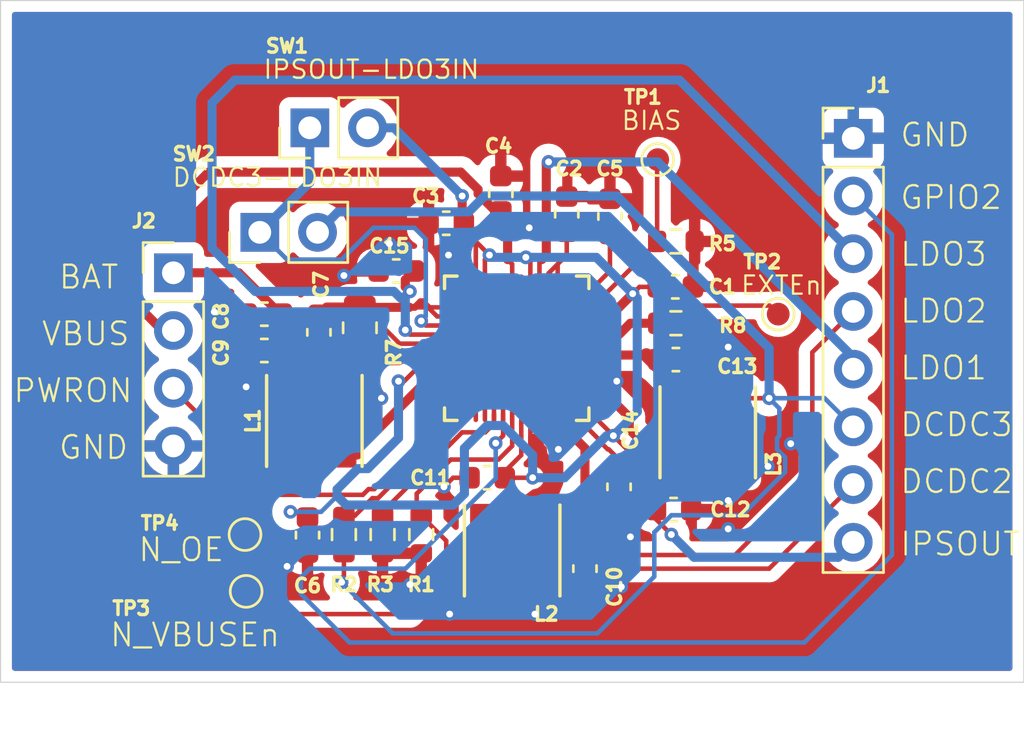
<source format=kicad_pcb>
(kicad_pcb (version 20221018) (generator pcbnew)
  (layers (0 "F.Cu" signal) (31 "B.Cu" signal) (34 "B.Paste" user) (35 "F.Paste" user) (36 "B.SilkS" user "B.Silkscreen") (37 "F.SilkS" user "F.Silkscreen") (38 "B.Mask" user) (39 "F.Mask" user) (44 "Edge.Cuts" user))
  (net 0 "")
  (net 1 "IPSOUT")
  (net 2 "GND")
  (net 3 "VINT")
  (net 4 "VBUS")
  (net 5 "Net-(U1-VREF)")
  (net 6 "BAT")
  (net 7 "Net-(U1-CHSENCE)")
  (net 8 "DCDC2")
  (net 9 "DCDC3")
  (net 10 "LDO2")
  (net 11 "LDO3")
  (net 12 "Net-(U1-LX1)")
  (net 13 "Net-(U1-LX2)")
  (net 14 "Net-(U1-LX3)")
  (net 15 "Net-(U1-N_VBUSEN)")
  (net 16 "IRQ")
  (net 17 "N_OE")
  (net 18 "Net-(U1-BIAS)")
  (net 19 "EXTEN")
  (net 21 "GPIO2")
  (net 26 "LDO1")
  (net 31 "Net-(U1-LDO3IN)")
  (net 32 "PWRON")
  (footprint "Connector_PinHeader_2.54mm:PinHeader_1x02_P2.54mm_Vertical" (layer "F.Cu") (at 108.6 103.1 90)
    (fp_text reference "SW1")
    (fp_text value "SW_DIP_x01")
  )
  (footprint "Capacitor_SMD:C_0603_1608Metric" (layer "F.Cu") (at 106.6 111.3)
    (fp_text reference "C8")
    (fp_text value "4.7uF")
  )
  (footprint "WiRoc:Inductor_SLW4018" (layer "F.Cu") (at 108.8 116 90)
    (fp_text reference "L1")
    (fp_text value "2.2uH-DCR<0.1R-1.5A")
  )
  (footprint "Connector_PinHeader_2.54mm:PinHeader_1x02_P2.54mm_Vertical" (layer "F.Cu") (at 106.4 107.7 90)
    (fp_text reference "SW2")
    (fp_text value "SW_DIP_x01")
  )
  (footprint "Connector_PinHeader_2.54mm:PinHeader_1x08_P2.54mm_Vertical" (layer "F.Cu") (at 132.5 103.56)
    (fp_text reference "J1")
    (fp_text value "Conn_01x08_Pin")
  )
  (footprint "Capacitor_SMD:C_0603_1608Metric" (layer "F.Cu") (at 112.4 109.4 180)
    (fp_text reference "C15")
    (fp_text value "1uF")
  )
  (footprint "Resistor_SMD:R_0603_1608Metric" (layer "F.Cu") (at 110.1 121 90)
    (fp_text reference "R2")
    (fp_text value "200K-1%")
  )
  (footprint "Resistor_SMD:R_0603_1608Metric" (layer "F.Cu") (at 124.7 108.1 180)
    (fp_text reference "R5")
    (fp_text value "200K-1%")
  )
  (footprint "Capacitor_SMD:C_0603_1608Metric" (layer "F.Cu") (at 117 106 90)
    (fp_text reference "C4")
    (fp_text value "10uF")
  )
  (footprint "Capacitor_SMD:C_0603_1608Metric" (layer "F.Cu") (at 121.8 107 90)
    (fp_text reference "C5")
    (fp_text value "1uF")
  )
  (footprint "WiRoc:Inductor_SLW4018" (layer "F.Cu") (at 117.5 121.7 -90)
    (fp_text reference "L2")
    (fp_text value "4.7uH-DCR<0.1R-1.1A")
  )
  (footprint "Connector_PinHeader_2.54mm:PinHeader_1x04_P2.54mm_Vertical" (layer "F.Cu") (at 102.6 109.48)
    (fp_text reference "J2")
    (fp_text value "Conn_01x04_Pin")
  )
  (footprint "Capacitor_SMD:C_0603_1608Metric" (layer "F.Cu") (at 120.7 122.5 -90)
    (fp_text reference "C10")
    (fp_text value "10uF")
  )
  (footprint "Capacitor_SMD:C_0603_1608Metric" (layer "F.Cu") (at 109 112.1 -90)
    (fp_text reference "C7")
    (fp_text value "1uF")
  )
  (footprint "TestPoint:TestPoint_Pad_D1.0mm" (layer "F.Cu") (at 105.75 121)
    (fp_text reference "TP4")
    (fp_text value "TEST")
  )
  (footprint "Resistor_SMD:R_0603_1608Metric" (layer "F.Cu") (at 113.5 121 90)
    (fp_text reference "R1")
    (fp_text value "100K-1%")
  )
  (footprint "Capacitor_SMD:C_0603_1608Metric" (layer "F.Cu") (at 106.6 112.9)
    (fp_text reference "C9")
    (fp_text value "4.7uF")
  )
  (footprint "Capacitor_SMD:C_0603_1608Metric" (layer "F.Cu") (at 124.675 110.1)
    (fp_text reference "C1")
    (fp_text value "4.7uF")
  )
  (footprint "Resistor_SMD:R_0805_2012Metric" (layer "F.Cu") (at 110.8 111.9 90)
    (fp_text reference "R7")
    (fp_text value "0R03")
  )
  (footprint "TestPoint:TestPoint_Pad_D1.0mm" (layer "F.Cu") (at 129.2 111.3)
    (fp_text reference "TP2")
    (fp_text value "TEST")
  )
  (footprint "Resistor_SMD:R_0603_1608Metric" (layer "F.Cu") (at 111.8 121 90)
    (fp_text reference "R3")
    (fp_text value "200K-1%")
  )
  (footprint "Capacitor_SMD:C_0603_1608Metric" (layer "F.Cu") (at 116.4 118.5 180)
    (fp_text reference "C11")
    (fp_text value "10uF")
  )
  (footprint "Capacitor_SMD:C_0603_1608Metric" (layer "F.Cu") (at 124.7 113.3)
    (fp_text reference "C13")
    (fp_text value "10uF")
  )
  (footprint "TestPoint:TestPoint_Pad_D1.0mm" (layer "F.Cu") (at 123.9 104.5)
    (fp_text reference "TP1")
    (fp_text value "TEST")
  )
  (footprint "Capacitor_SMD:C_0603_1608Metric" (layer "F.Cu") (at 124.6 119.9)
    (fp_text reference "C12")
    (fp_text value "10uF")
  )
  (footprint "Capacitor_SMD:C_0603_1608Metric" (layer "F.Cu") (at 119.9 106.9 90)
    (fp_text reference "C2")
    (fp_text value "1uF")
  )
  (footprint "Capacitor_SMD:C_0603_1608Metric" (layer "F.Cu") (at 108.5 121.025 90)
    (fp_text reference "C6")
    (fp_text value "4.7uF")
  )
  (footprint "Capacitor_SMD:C_0603_1608Metric" (layer "F.Cu") (at 122.2 118.9 -90)
    (fp_text reference "C14")
    (fp_text value "1uF")
  )
  (footprint "TestPoint:TestPoint_Pad_D1.0mm" (layer "F.Cu") (at 105.8 123.5)
    (fp_text reference "TP3")
    (fp_text value "TEST")
  )
  (footprint "WiRoc:Inductor_SLW4018" (layer "F.Cu") (at 126.1 116.5 90)
    (fp_text reference "L3")
    (fp_text value "4.7uH-DCR<0.1R-1.1A")
  )
  (footprint "Capacitor_SMD:C_0603_1608Metric" (layer "F.Cu") (at 114.6 107.3 180)
    (fp_text reference "C3")
    (fp_text value "10uF")
  )
  (footprint "WiRoc:qfn48_6x6mm_Pitch0.4mm" (layer "F.Cu") (at 117.7 112.8 90)
    (fp_text reference "U1" hide)
    (fp_text value "AXP209")
  )
  (footprint "Resistor_SMD:R_0603_1608Metric" (layer "F.Cu") (at 124.7 111.7 180)
    (fp_text reference "R8")
    (fp_text value "100K-1%")
  )
  (gr_line (start 95 127.5) (end 95 97.5) (stroke (width 0.05)) (layer "Edge.Cuts"))
  (gr_line (start 95 97.5) (end 140 97.5) (stroke (width 0.05)) (layer "Edge.Cuts"))
  (gr_line (start 140 127.5) (end 95 127.5) (stroke (width 0.05)) (layer "Edge.Cuts"))
  (gr_line (start 140 97.5) (end 140 127.5) (stroke (width 0.05)) (layer "Edge.Cuts"))
  (gr_text "IPSOUT-LDO3IN" (at 106.5 101) (layer "F.SilkS") (effects (font (size 0.8 0.8) (thickness 0.1) bold) (justify left bottom)))
  (gr_text "LDO1" (at 134.5 114.25) (layer "F.SilkS") (effects (font (size 1 1) (thickness 0.1) bold) (justify left bottom)))
  (gr_text "IPSOUT" (at 134.5 122) (layer "F.SilkS") (effects (font (size 1 1) (thickness 0.1) bold) (justify left bottom)))
  (gr_text "N_VBUSEn" (at 99.75 126) (layer "F.SilkS") (effects (font (size 1 1) (thickness 0.1) bold) (justify left bottom)))
  (gr_text "VBUS" (at 96.75 112.75) (layer "F.SilkS") (effects (font (size 1 1) (thickness 0.1) bold) (justify left bottom)))
  (gr_text "LDO2" (at 134.5 111.75) (layer "F.SilkS") (effects (font (size 1 1) (thickness 0.1) bold) (justify left bottom)))
  (gr_text "GND" (at 97.5 117.75) (layer "F.SilkS") (effects (font (size 1 1) (thickness 0.1) bold) (justify left bottom)))
  (gr_text "EXTEn" (at 127.5 110.5) (layer "F.SilkS") (effects (font (size 0.8 0.8) (thickness 0.1) bold) (justify left bottom)))
  (gr_text "N_OE" (at 101 122.25) (layer "F.SilkS") (effects (font (size 1 1) (thickness 0.1) bold) (justify left bottom)))
  (gr_text "GND" (at 134.5 104) (layer "F.SilkS") (effects (font (size 1 1) (thickness 0.1) bold) (justify left bottom)))
  (gr_text "DCDC3-LDO3IN" (at 102.5 105.75) (layer "F.SilkS") (effects (font (size 0.8 0.8) (thickness 0.1) bold) (justify left bottom)))
  (gr_text "PWRON" (at 95.5 115.25) (layer "F.SilkS") (effects (font (size 1 1) (thickness 0.1) bold) (justify left bottom)))
  (gr_text "BIAS" (at 122.25 103.25) (layer "F.SilkS") (effects (font (size 0.8 0.8) (thickness 0.1) bold) (justify left bottom)))
  (gr_text "LDO3" (at 134.5 109.25) (layer "F.SilkS") (effects (font (size 1 1) (thickness 0.1) bold) (justify left bottom)))
  (gr_text "GPIO2" (at 134.5 106.75) (layer "F.SilkS") (effects (font (size 1 1) (thickness 0.1) bold) (justify left bottom)))
  (gr_text "BAT" (at 97.5 110.25) (layer "F.SilkS") (effects (font (size 1 1) (thickness 0.1) bold) (justify left bottom)))
  (gr_text "DCDC3" (at 134.5 116.75) (layer "F.SilkS") (effects (font (size 1 1) (thickness 0.1) bold) (justify left bottom)))
  (gr_text "DCDC2" (at 134.5 119.25) (layer "F.SilkS") (effects (font (size 1 1) (thickness 0.1) bold) (justify left bottom)))
  (segment (start 123.2 117.9) (end 123.2 119.275) (width 0.2) (layer "F.Cu") (net 1))
  (segment (start 120.6 114.6) (end 120.6 115) (width 0.2) (layer "F.Cu") (net 1))
  (segment (start 123.1 110.1) (end 122.8 110.4) (width 0.2) (layer "F.Cu") (net 1))
  (segment (start 118.1 108.8) (end 118.3 109) (width 0.2) (layer "F.Cu") (net 1))
  (segment (start 117.175 118.5) (end 118.4 118.5) (width 0.2) (layer "F.Cu") (net 1))
  (segment (start 116.5 108.7) (end 116.3 108.9) (width 0.2) (layer "F.Cu") (net 1))
  (segment (start 115.9 107.825) (end 115.375 107.3) (width 0.2) (layer "F.Cu") (net 1))
  (segment (start 120.6 115.3) (end 121.95 116.65) (width 0.2) (layer "F.Cu") (net 1))
  (segment (start 113.6 113.4) (end 114.8 113.4) (width 0.2) (layer "F.Cu") (net 1))
  (segment (start 107.75 120) (end 108.25 120) (width 0.2) (layer "F.Cu") (net 1))
  (segment (start 116.3 108.9) (end 116.3 109.9) (width 0.2) (layer "F.Cu") (net 1))
  (segment (start 118.3 109) (end 118.3 109.9) (width 0.2) (layer "F.Cu") (net 1))
  (segment (start 123.825 120.325) (end 123.825 119.9) (width 0.2) (layer "F.Cu") (net 1))
  (segment (start 124.5 121) (end 123.825 120.325) (width 0.2) (layer "F.Cu") (net 1))
  (segment (start 121.4 111.8) (end 121.6 111.6) (width 0.2) (layer "F.Cu") (net 1))
  (segment (start 115.3 106.1) (end 115.3 107.225) (width 0.4) (layer "F.Cu") (net 1))
  (segment (start 112.5 114.25) (end 112.75 114.25) (width 0.2) (layer "F.Cu") (net 1))
  (segment (start 117.9 115.7) (end 117.9 117.5) (width 0.2) (layer "F.Cu") (net 1))
  (segment (start 122.8 110.4) (end 121.6 111.6) (width 0.41) (layer "F.Cu") (net 1))
  (segment (start 120.6 111.8) (end 121.4 111.8) (width 0.2) (layer "F.Cu") (net 1))
  (segment (start 116.5 108.7) (end 115.9 108.1) (width 0.2) (layer "F.Cu") (net 1))
  (segment (start 115.9 109.9) (end 115.9 107.825) (width 0.2) (layer "F.Cu") (net 1))
  (segment (start 120.6 115) (end 120.6 115.3) (width 0.2) (layer "F.Cu") (net 1))
  (segment (start 117.9 117.5) (end 117.2 118.2) (width 0.2) (layer "F.Cu") (net 1))
  (segment (start 123.2 119.275) (end 123.825 119.9) (width 0.2) (layer "F.Cu") (net 1))
  (segment (start 115.9 108.1) (end 115.9 107.825) (width 0.2) (layer "F.Cu") (net 1))
  (segment (start 108.25 120) (end 108.5 120.25) (width 0.2) (layer "F.Cu") (net 1))
  (segment (start 117.2 118.2) (end 117.2 118.475) (width 0.2) (layer "F.Cu") (net 1))
  (segment (start 123.9 110.1) (end 123.1 110.1) (width 0.2) (layer "F.Cu") (net 1))
  (segment (start 121.95 116.65) (end 123.2 117.9) (width 0.2) (layer "F.Cu") (net 1))
  (segment (start 112.75 114.25) (end 113.6 113.4) (width 0.2) (layer "F.Cu") (net 1))
  (segment (start 115.3 107.225) (end 115.375 107.3) (width 0.2) (layer "F.Cu") (net 1))
  (segment (start 117.2 118.475) (end 117.175 118.5) (width 0.2) (layer "F.Cu") (net 1))
  (via (at 118.4 118.5) (size 0.6) (drill 0.3) (layers "F.Cu" "B.Cu") (net 1))
  (via (at 121.95 116.65) (size 0.6) (drill 0.3) (layers "F.Cu" "B.Cu") (net 1))
  (via (at 112.5 114.25) (size 0.6) (drill 0.3) (layers "F.Cu" "B.Cu") (net 1))
  (via (at 124.5 121) (size 0.6) (drill 0.3) (layers "F.Cu" "B.Cu") (net 1))
  (via (at 116.5 108.7) (size 0.6) (drill 0.3) (layers "F.Cu" "B.Cu") (net 1))
  (via (at 115.3 106.1) (size 0.6) (drill 0.3) (layers "F.Cu" "B.Cu") (net 1))
  (via (at 118.1 108.8) (size 0.6) (drill 0.3) (layers "F.Cu" "B.Cu") (net 1))
  (via (at 122.8 110.4) (size 0.6) (drill 0.3) (layers "F.Cu" "B.Cu") (net 1))
  (via (at 107.75 120) (size 0.6) (drill 0.3) (layers "F.Cu" "B.Cu") (net 1))
  (segment (start 125.5 122) (end 131.84 122) (width 0.4) (layer "B.Cu") (net 1))
  (segment (start 131.84 122) (end 132.5 121.34) (width 0.4) (layer "B.Cu") (net 1))
  (segment (start 109.8 119.3) (end 110.2 119.7) (width 0.4) (layer "B.Cu") (net 1))
  (segment (start 112.5 116.75) (end 111.15 118.1) (width 0.4) (layer "B.Cu") (net 1))
  (segment (start 124.5 121) (end 125.5 122) (width 0.4) (layer "B.Cu") (net 1))
  (segment (start 122.8 110.4) (end 123 110.6) (width 0.4) (layer "B.Cu") (net 1))
  (segment (start 116.5 108.7) (end 116.6 108.8) (width 0.4) (layer "B.Cu") (net 1))
  (segment (start 116.6 108.8) (end 118.5 108.8) (width 0.4) (layer "B.Cu") (net 1))
  (segment (start 123 115.6) (end 121.95 116.65) (width 0.4) (layer "B.Cu") (net 1))
  (segment (start 116.4 116.2) (end 117.1 116.2) (width 0.4) (layer "B.Cu") (net 1))
  (segment (start 110.2 119.7) (end 114.9 119.7) (width 0.4) (layer "B.Cu") (net 1))
  (segment (start 109.1 120) (end 109.8 119.3) (width 0.2) (layer "B.Cu") (net 1))
  (segment (start 118.4 117.5) (end 118.4 118.5) (width 0.4) (layer "B.Cu") (net 1))
  (segment (start 123 110.6) (end 123 115.6) (width 0.4) (layer "B.Cu") (net 1))
  (segment (start 107.75 120) (end 109.1 120) (width 0.2) (layer "B.Cu") (net 1))
  (segment (start 121.2 108.8) (end 122.8 110.4) (width 0.4) (layer "B.Cu") (net 1))
  (segment (start 119.8 118.5) (end 118.4 118.5) (width 0.4) (layer "B.Cu") (net 1))
  (segment (start 112.5 114.25) (end 112.5 116.75) (width 0.4) (layer "B.Cu") (net 1))
  (segment (start 109.8 119.01005) (end 109.8 119.3) (width 0.4) (layer "B.Cu") (net 1))
  (segment (start 110.71005 118.1) (end 109.8 119.01005) (width 0.4) (layer "B.Cu") (net 1))
  (segment (start 111.14 103.1) (end 112.3 103.1) (width 0.4) (layer "B.Cu") (net 1))
  (segment (start 112.3 103.1) (end 115.3 106.1) (width 0.4) (layer "B.Cu") (net 1))
  (segment (start 114.9 119.7) (end 115.4 119.2) (width 0.4) (layer "B.Cu") (net 1))
  (segment (start 118.1 108.8) (end 121.2 108.8) (width 0.4) (layer "B.Cu") (net 1))
  (segment (start 115.4 119.2) (end 115.4 117.2) (width 0.4) (layer "B.Cu") (net 1))
  (segment (start 118.5 108.8) (end 118.1 108.8) (width 0.2) (layer "B.Cu") (net 1))
  (segment (start 121.65 116.65) (end 119.8 118.5) (width 0.4) (layer "B.Cu") (net 1))
  (segment (start 117.1 116.2) (end 118.4 117.5) (width 0.4) (layer "B.Cu") (net 1))
  (segment (start 121.95 116.65) (end 121.65 116.65) (width 0.2) (layer "B.Cu") (net 1))
  (segment (start 115.4 117.2) (end 116.4 116.2) (width 0.4) (layer "B.Cu") (net 1))
  (segment (start 111.15 118.1) (end 110.71005 118.1) (width 0.4) (layer "B.Cu") (net 1))
  (segment (start 118.7 114.6) (end 119.1 114.2) (width 0.2) (layer "F.Cu") (net 2))
  (segment (start 121.65 113.8) (end 120.6 113.8) (width 0.2) (layer "F.Cu") (net 2))
  (segment (start 122.1 114.25) (end 121.65 113.8) (width 0.2) (layer "F.Cu") (net 2))
  (segment (start 114.9 118.5) (end 114.5 118.9) (width 0.2) (layer "F.Cu") (net 2))
  (segment (start 119.5 113.8) (end 119.1 114.2) (width 0.2) (layer "F.Cu") (net 2))
  (segment (start 118.7 116.281371) (end 118.7 115.7) (width 0.2) (layer "F.Cu") (net 2))
  (segment (start 122.2 120.6) (end 122.7 121.1) (width 0.2) (layer "F.Cu") (net 2))
  (segment (start 115.5 110.6) (end 116.3 111.4) (width 0.2) (layer "F.Cu") (net 2))
  (segment (start 120.6 111.4) (end 119.1 111.4) (width 0.2) (layer "F.Cu") (net 2))
  (segment (start 115.625 118.5) (end 114.9 118.5) (width 0.2) (layer "F.Cu") (net 2))
  (segment (start 114.8 114.2) (end 116.3 114.2) (width 0.2) (layer "F.Cu") (net 2))
  (segment (start 118.7 115.7) (end 118.7 114.6) (width 0.2) (layer "F.Cu") (net 2))
  (segment (start 119.168629 116.75) (end 118.7 116.281371) (width 0.2) (layer "F.Cu") (net 2))
  (segment (start 114.8 110.6) (end 115.5 110.6) (width 0.2) (layer "F.Cu") (net 2))
  (segment (start 119.168629 116.889307) (end 119.168629 116.75) (width 0.2) (layer "F.Cu") (net 2))
  (segment (start 119.529322 117.25) (end 119.168629 116.889307) (width 0.2) (layer "F.Cu") (net 2))
  (segment (start 120.6 113.8) (end 119.5 113.8) (width 0.2) (layer "F.Cu") (net 2))
  (segment (start 122.2 119.675) (end 122.2 120.6) (width 0.2) (layer "F.Cu") (net 2))
  (via (at 122.3 123.3) (size 0.6) (drill 0.3) (layers "F.Cu" "B.Cu") (net 2))
  (via (at 122.1 114.25) (size 0.6) (drill 0.3) (layers "F.Cu" "B.Cu") (net 2))
  (via (at 113 123.2) (size 0.6) (drill 0.3) (layers "F.Cu" "B.Cu") (net 2))
  (via (at 105.8 114.5) (size 0.6) (drill 0.3) (layers "F.Cu" "B.Cu") (net 2))
  (via (at 127 119.5) (size 0.6) (drill 0.3) (layers "F.Cu" "B.Cu") (net 2))
  (via (at 122.7 121.1) (size 0.6) (drill 0.3) (layers "F.Cu" "B.Cu") (net 2))
  (via (at 107.6 122.4) (size 0.6) (drill 0.3) (layers "F.Cu" "B.Cu") (net 2))
  (via (at 111.75 115) (size 0.6) (drill 0.3) (layers "F.Cu" "B.Cu") (net 2))
  (via (at 129.75 117) (size 0.6) (drill 0.3) (layers "F.Cu" "B.Cu") (net 2))
  (via (at 114.5 118.9) (size 0.6) (drill 0.3) (layers "F.Cu" "B.Cu") (net 2))
  (via (at 114.75 124.5) (size 0.6) (drill 0.3) (layers "F.Cu" "B.Cu") (net 2))
  (via (at 118.25 107.5) (size 0.6) (drill 0.3) (layers "F.Cu" "B.Cu") (net 2))
  (via (at 127 112.75) (size 0.6) (drill 0.3) (layers "F.Cu" "B.Cu") (net 2))
  (via (at 104.4 111.2) (size 0.6) (drill 0.3) (layers "F.Cu" "B.Cu") (net 2))
  (via (at 128.75 118) (size 0.6) (drill 0.3) (layers "F.Cu" "B.Cu") (net 2))
  (via (at 114.7 108.7) (size 0.6) (drill 0.3) (layers "F.Cu" "B.Cu") (net 2))
  (via (at 127 120.75) (size 0.6) (drill 0.3) (layers "F.Cu" "B.Cu") (net 2))
  (via (at 110.1 109.6) (size 0.6) (drill 0.3) (layers "F.Cu" "B.Cu") (net 2))
  (via (at 118.5 124.5) (size 0.6) (drill 0.3) (layers "F.Cu" "B.Cu") (net 2))
  (via (at 119.529322 117.25) (size 0.6) (drill 0.3) (layers "F.Cu" "B.Cu") (net 2))
  (via (at 112.1 108.2) (size 0.6) (drill 0.3) (layers "F.Cu" "B.Cu") (net 2))
  (segment (start 119.5 109.1) (end 119.1 109.5) (width 0.2) (layer "F.Cu") (net 3))
  (segment (start 119.5 109.9) (end 119.5 109.1) (width 0.2) (layer "F.Cu") (net 3))
  (segment (start 119.1 109.5) (end 119.1 109.9) (width 0.2) (layer "F.Cu") (net 3))
  (segment (start 119.9 108.7) (end 119.9 107.675) (width 0.2) (layer "F.Cu") (net 3))
  (segment (start 119.5 109.1) (end 119.9 108.7) (width 0.2) (layer "F.Cu") (net 3))
  (segment (start 116 105.81005) (end 115.23995 105.05) (width 0.4) (layer "F.Cu") (net 4))
  (segment (start 104.15 105.05) (end 101 108.2) (width 0.4) (layer "F.Cu") (net 4))
  (segment (start 117.5 109.9) (end 117.5 109.1) (width 0.2) (layer "F.Cu") (net 4))
  (segment (start 101 110.9) (end 102.12 112.02) (width 0.4) (layer "F.Cu") (net 4))
  (segment (start 115.23995 105.05) (end 104.15 105.05) (width 0.4) (layer "F.Cu") (net 4))
  (segment (start 117.5 109.1) (end 117.3 108.9) (width 0.2) (layer "F.Cu") (net 4))
  (segment (start 116 106) (end 116 105.81005) (width 0.4) (layer "F.Cu") (net 4))
  (segment (start 101 108.2) (end 101 110.9) (width 0.4) (layer "F.Cu") (net 4))
  (segment (start 117.3 107.075) (end 117 106.775) (width 0.4) (layer "F.Cu") (net 4))
  (segment (start 102.12 112.02) (end 102.6 112.02) (width 0.2) (layer "F.Cu") (net 4))
  (segment (start 116.775 106.775) (end 116 106) (width 0.4) (layer "F.Cu") (net 4))
  (segment (start 117 106.775) (end 116.775 106.775) (width 0.4) (layer "F.Cu") (net 4))
  (segment (start 117.3 108.9) (end 117.3 107.075) (width 0.4) (layer "F.Cu") (net 4))
  (segment (start 121.8 109.4) (end 121.8 107.775) (width 0.2) (layer "F.Cu") (net 5))
  (segment (start 120.6 110.6) (end 121.8 109.4) (width 0.2) (layer "F.Cu") (net 5))
  (segment (start 113.22147 111) (end 112.9875 111) (width 0.3) (layer "F.Cu") (net 6))
  (segment (start 107.4475 111.3) (end 107.048696 111.3) (width 0.2) (layer "F.Cu") (net 6))
  (segment (start 112.9875 111) (end 110.7875 111) (width 0.4) (layer "F.Cu") (net 6))
  (segment (start 109 111.325) (end 107.4 111.325) (width 0.4) (layer "F.Cu") (net 6))
  (segment (start 107.048696 111.3) (end 107.048696 111.048696) (width 0.4) (layer "F.Cu") (net 6))
  (segment (start 114.8 111) (end 112.9875 111) (width 0.2) (layer "F.Cu") (net 6))
  (segment (start 113.55 110.75) (end 113.47147 110.75) (width 0.3) (layer "F.Cu") (net 6))
  (segment (start 105.48 109.48) (end 102.6 109.48) (width 0.4) (layer "F.Cu") (net 6))
  (segment (start 110.8 110.9875) (end 109.3375 110.9875) (width 0.4) (layer "F.Cu") (net 6))
  (segment (start 113.8 111) (end 113.55 110.75) (width 0.3) (layer "F.Cu") (net 6))
  (segment (start 112.551471 112.6) (end 110.938971 110.9875) (width 0.2) (layer "F.Cu") (net 6))
  (segment (start 110.938971 110.9875) (end 110.8 110.9875) (width 0.2) (layer "F.Cu") (net 6))
  (segment (start 109.3375 110.9875) (end 109 111.325) (width 0.2) (layer "F.Cu") (net 6))
  (segment (start 114.8 111.4) (end 114.2 111.4) (width 0.2) (layer "F.Cu") (net 6))
  (segment (start 107.048696 111.048696) (end 105.48 109.48) (width 0.4) (layer "F.Cu") (net 6))
  (segment (start 114.2 111.4) (end 113.8 111) (width 0.2) (layer "F.Cu") (net 6))
  (segment (start 107.4 111.325) (end 107.375 111.3) (width 0.2) (layer "F.Cu") (net 6))
  (segment (start 113.47147 110.75) (end 113.22147 111) (width 0.3) (layer "F.Cu") (net 6))
  (segment (start 114.8 112.6) (end 112.551471 112.6) (width 0.2) (layer "F.Cu") (net 6))
  (segment (start 112.75 113) (end 112.5 113.25) (width 0.2) (layer "F.Cu") (net 7))
  (segment (start 109 112.875) (end 107.4 112.875) (width 0.4) (layer "F.Cu") (net 7))
  (segment (start 111.2375 113.25) (end 112.5 113.25) (width 0.6) (layer "F.Cu") (net 7))
  (segment (start 114.8 113) (end 112.75 113) (width 0.2) (layer "F.Cu") (net 7))
  (segment (start 109.9875 114.5) (end 111.2375 113.25) (width 0.6) (layer "F.Cu") (net 7))
  (segment (start 108.8 114.5) (end 107.375 113.075) (width 0.6) (layer "F.Cu") (net 7))
  (segment (start 107.375 113.075) (end 107.375 112.9) (width 0.2) (layer "F.Cu") (net 7))
  (segment (start 109.075 114.225) (end 108.8 114.5) (width 0.2) (layer "F.Cu") (net 7))
  (segment (start 110.8 112.8125) (end 111.2375 113.25) (width 0.6) (layer "F.Cu") (net 7))
  (segment (start 107.4 112.875) (end 107.375 112.9) (width 0.2) (layer "F.Cu") (net 7))
  (segment (start 110.725 113) (end 110.5375 112.8125) (width 0.2) (layer "F.Cu") (net 7))
  (segment (start 110.5375 112.8125) (end 109.2625 112.8125) (width 0.4) (layer "F.Cu") (net 7))
  (segment (start 108.8 114.5) (end 109.9875 114.5) (width 0.2) (layer "F.Cu") (net 7))
  (segment (start 109.2625 112.8125) (end 109.075 113) (width 0.2) (layer "F.Cu") (net 7))
  (segment (start 109.075 113) (end 109.075 114.225) (width 0.6) (layer "F.Cu") (net 7))
  (segment (start 119.875 121.725) (end 118.4 123.2) (width 0.4) (layer "F.Cu") (net 8))
  (segment (start 118.4 123.2) (end 117.5 123.2) (width 0.2) (layer "F.Cu") (net 8))
  (segment (start 120.125 116.625) (end 120.7 117.2) (width 0.4) (layer "F.Cu") (net 8))
  (segment (start 128.8 122.5) (end 132.5 118.8) (width 0.2) (layer "F.Cu") (net 8))
  (segment (start 119.1 116.115685) (end 119.1 115.7) (width 0.2) (layer "F.Cu") (net 8))
  (segment (start 122.334314 122.3) (end 122.4 122.3) (width 0.2) (layer "F.Cu") (net 8))
  (segment (start 122.4 122.3) (end 122.6 122.5) (width 0.2) (layer "F.Cu") (net 8))
  (segment (start 120.125 116.625) (end 119.609315 116.625) (width 0.2) (layer "F.Cu") (net 8))
  (segment (start 120.7 121.725) (end 119.875 121.725) (width 0.4) (layer "F.Cu") (net 8))
  (segment (start 122.6 122.5) (end 128.8 122.5) (width 0.2) (layer "F.Cu") (net 8))
  (segment (start 120.7 117.2) (end 120.7 121.725) (width 0.4) (layer "F.Cu") (net 8))
  (segment (start 120.7 121.725) (end 121.759314 121.725) (width 0.2) (layer "F.Cu") (net 8))
  (segment (start 121.759314 121.725) (end 122.334314 122.3) (width 0.2) (layer "F.Cu") (net 8))
  (segment (start 119.609315 116.625) (end 119.1 116.115685) (width 0.2) (layer "F.Cu") (net 8))
  (segment (start 126.1 115) (end 128.8 115) (width 0.2) (layer "F.Cu") (net 9))
  (segment (start 110.1 121.825) (end 110.1 123) (width 0.2) (layer "F.Cu") (net 9))
  (segment (start 123.4 113.1) (end 125.3 115) (width 0.6) (layer "F.Cu") (net 9))
  (segment (start 110.1 123) (end 110 123.1) (width 0.2) (layer "F.Cu") (net 9))
  (segment (start 121.5 113.1) (end 123.4 113.1) (width 0.4) (layer "F.Cu") (net 9))
  (segment (start 121.5 113.1) (end 121.2 113.4) (width 0.2) (layer "F.Cu") (net 9))
  (segment (start 125.3 115) (end 126.1 115) (width 0.2) (layer "F.Cu") (net 9))
  (segment (start 121.2 113.4) (end 120.6 113.4) (width 0.2) (layer "F.Cu") (net 9))
  (via (at 128.8 115) (size 0.6) (drill 0.3) (layers "F.Cu" "B.Cu") (net 9))
  (via (at 110 123.1) (size 0.6) (drill 0.3) (layers "F.Cu" "B.Cu") (net 9))
  (segment (start 112.25 125.35) (end 121.25 125.35) (width 0.2) (layer "B.Cu") (net 9))
  (segment (start 129.5 118.25) (end 129.5 117.598529) (width 0.2) (layer "B.Cu") (net 9))
  (segment (start 121.25 125.35) (end 123.75 122.85) (width 0.2) (layer "B.Cu") (net 9))
  (segment (start 129.25 115.45) (end 128.8 115) (width 0.2) (layer "B.Cu") (net 9))
  (segment (start 108.94 107.7) (end 109.84 106.8) (width 0.4) (layer "B.Cu") (net 9))
  (segment (start 122.1 106.1) (end 128.8 112.8) (width 0.4) (layer "B.Cu") (net 9))
  (segment (start 131.24 115) (end 132.5 116.26) (width 0.2) (layer "B.Cu") (net 9))
  (segment (start 127.6 120.15) (end 129.5 118.25) (width 0.2) (layer "B.Cu") (net 9))
  (segment (start 123.75 120.901471) (end 124.501471 120.15) (width 0.2) (layer "B.Cu") (net 9))
  (segment (start 124.501471 120.15) (end 127.6 120.15) (width 0.2) (layer "B.Cu") (net 9))
  (segment (start 129.15 116.751471) (end 129.25 116.651471) (width 0.2) (layer "B.Cu") (net 9))
  (segment (start 110 123.1) (end 112.25 125.35) (width 0.2) (layer "B.Cu") (net 9))
  (segment (start 129.15 117.248529) (end 129.15 116.751471) (width 0.2) (layer "B.Cu") (net 9))
  (segment (start 123.75 122.85) (end 123.75 120.901471) (width 0.2) (layer "B.Cu") (net 9))
  (segment (start 129.25 116.651471) (end 129.25 115.45) (width 0.2) (layer "B.Cu") (net 9))
  (segment (start 109.84 106.8) (end 115.58995 106.8) (width 0.4) (layer "B.Cu") (net 9))
  (segment (start 128.8 115) (end 131.24 115) (width 0.2) (layer "B.Cu") (net 9))
  (segment (start 129.5 117.598529) (end 129.15 117.248529) (width 0.2) (layer "B.Cu") (net 9))
  (segment (start 116.28995 106.1) (end 122.1 106.1) (width 0.4) (layer "B.Cu") (net 9))
  (segment (start 128.8 112.8) (end 128.8 115) (width 0.4) (layer "B.Cu") (net 9))
  (segment (start 115.58995 106.8) (end 116.28995 106.1) (width 0.4) (layer "B.Cu") (net 9))
  (segment (start 121.35 116.85) (end 121.35 116.898529) (width 0.2) (layer "F.Cu") (net 10))
  (segment (start 121.701471 117.25) (end 121.75 117.25) (width 0.2) (layer "F.Cu") (net 10))
  (segment (start 130.7 112.98) (end 132.5 111.18) (width 0.2) (layer "F.Cu") (net 10))
  (segment (start 119.9 115.7) (end 120.2 115.7) (width 0.2) (layer "F.Cu") (net 10))
  (segment (start 122.2 117.7) (end 122.2 118.125) (width 0.2) (layer "F.Cu") (net 10))
  (segment (start 122.5 121.9) (end 127.3 121.9) (width 0.2) (layer "F.Cu") (net 10))
  (segment (start 121.75 117.25) (end 122.2 117.7) (width 0.2) (layer "F.Cu") (net 10))
  (segment (start 121.35 116.898529) (end 121.701471 117.25) (width 0.2) (layer "F.Cu") (net 10))
  (segment (start 121.425 120.825) (end 122.5 121.9) (width 0.2) (layer "F.Cu") (net 10))
  (segment (start 130.7 118.5) (end 130.7 112.98) (width 0.2) (layer "F.Cu") (net 10))
  (segment (start 122.2 118.125) (end 121.425 118.9) (width 0.2) (layer "F.Cu") (net 10))
  (segment (start 120.2 115.7) (end 121.35 116.85) (width 0.2) (layer "F.Cu") (net 10))
  (segment (start 121.425 118.9) (end 121.425 120.825) (width 0.2) (layer "F.Cu") (net 10))
  (segment (start 127.3 121.9) (end 130.7 118.5) (width 0.2) (layer "F.Cu") (net 10))
  (segment (start 112.8 110.098071) (end 112.8 109.775) (width 0.4) (layer "F.Cu") (net 11))
  (segment (start 114.8 112.2) (end 113 112.2) (width 0.2) (layer "F.Cu") (net 11))
  (segment (start 112.8 109.775) (end 113.175 109.4) (width 0.2) (layer "F.Cu") (net 11))
  (segment (start 113 112.2) (end 112.8 112) (width 0.2) (layer "F.Cu") (net 11))
  (segment (start 113.00208 110.300151) (end 112.8 110.098071) (width 0.4) (layer "F.Cu") (net 11))
  (via (at 112.8 112) (size 0.6) (drill 0.3) (layers "F.Cu" "B.Cu") (net 11))
  (via (at 113.00208 110.300151) (size 0.6) (drill 0.3) (layers "F.Cu" "B.Cu") (net 11))
  (segment (start 112.8 112) (end 112.8 110.502231) (width 0.4) (layer "B.Cu") (net 11))
  (segment (start 124.86 101) (end 105.3 101) (width 0.4) (layer "B.Cu") (net 11))
  (segment (start 132.5 108.64) (end 124.86 101) (width 0.4) (layer "B.Cu") (net 11))
  (segment (start 106.2 110.3) (end 112.3 110.3) (width 0.4) (layer "B.Cu") (net 11))
  (segment (start 112.899849 110.300151) (end 113.00208 110.300151) (width 0.2) (layer "B.Cu") (net 11))
  (segment (start 112.8 110.502231) (end 113.00208 110.300151) (width 0.4) (layer "B.Cu") (net 11))
  (segment (start 112.3 110.3) (end 112.6 110.6) (width 0.4) (layer "B.Cu") (net 11))
  (segment (start 104.3 102) (end 104.3 108.4) (width 0.4) (layer "B.Cu") (net 11))
  (segment (start 112.6 110.6) (end 112.899849 110.300151) (width 0.2) (layer "B.Cu") (net 11))
  (segment (start 104.3 108.4) (end 106.2 110.3) (width 0.4) (layer "B.Cu") (net 11))
  (segment (start 105.3 101) (end 104.3 102) (width 0.4) (layer "B.Cu") (net 11))
  (segment (start 114.2 113.8) (end 114.8 113.8) (width 0.2) (layer "F.Cu") (net 12))
  (segment (start 110.684315 117.282842) (end 113.967157 114) (width 0.4) (layer "F.Cu") (net 12))
  (segment (start 114 114) (end 114.2 113.8) (width 0.2) (layer "F.Cu") (net 12))
  (segment (start 110.684315 117.5) (end 110.684315 117.282842) (width 0.4) (layer "F.Cu") (net 12))
  (segment (start 118 120.2) (end 117.5 120.2) (width 0.2) (layer "F.Cu") (net 13))
  (segment (start 119.1 119.1) (end 118 120.2) (width 0.2) (layer "F.Cu") (net 13))
  (segment (start 118.3 117.012743) (end 119.1 117.812743) (width 0.2) (layer "F.Cu") (net 13))
  (segment (start 119.1 117.812743) (end 119.1 119.1) (width 0.2) (layer "F.Cu") (net 13))
  (segment (start 118.3 115.7) (end 118.3 117.012743) (width 0.2) (layer "F.Cu") (net 13))
  (segment (start 120.6 114.2) (end 121.015684 114.2) (width 0.2) (layer "F.Cu") (net 14))
  (segment (start 124.282843 118) (end 124.815685 118) (width 0.4) (layer "F.Cu") (net 14))
  (segment (start 121.015684 114.2) (end 121.407842 114.592158) (width 0.2) (layer "F.Cu") (net 14))
  (segment (start 122.65 116.367157) (end 124.282843 118) (width 0.4) (layer "F.Cu") (net 14))
  (segment (start 122.65 115.834316) (end 122.65 116.367157) (width 0.4) (layer "F.Cu") (net 14))
  (segment (start 121.407842 114.592158) (end 122.65 115.834316) (width 0.4) (layer "F.Cu") (net 14))
  (segment (start 124.815685 118) (end 126.1 118) (width 0.2) (layer "F.Cu") (net 14))
  (segment (start 113.3 119.2) (end 113.3 119.975) (width 0.2) (layer "F.Cu") (net 15))
  (segment (start 106.8 124.5) (end 105.8 123.5) (width 0.2) (layer "F.Cu") (net 15))
  (segment (start 117.5 115.7) (end 117.5 117.1) (width 0.2) (layer "F.Cu") (net 15))
  (segment (start 114.8 117.7) (end 113.3 119.2) (width 0.2) (layer "F.Cu") (net 15))
  (segment (start 113.3 119.975) (end 113.5 120.175) (width 0.2) (layer "F.Cu") (net 15))
  (segment (start 113 124.5) (end 106.8 124.5) (width 0.2) (layer "F.Cu") (net 15))
  (segment (start 117.5 117.1) (end 116.9 117.7) (width 0.2) (layer "F.Cu") (net 15))
  (segment (start 116.9 117.7) (end 114.8 117.7) (width 0.2) (layer "F.Cu") (net 15))
  (segment (start 113.5 120.175) (end 114.6 121.275) (width 0.2) (layer "F.Cu") (net 15))
  (segment (start 114.6 122.9) (end 113 124.5) (width 0.2) (layer "F.Cu") (net 15))
  (segment (start 114.6 121.275) (end 114.6 122.9) (width 0.2) (layer "F.Cu") (net 15))
  (segment (start 111.6 119.4) (end 111.35 119.4) (width 0.2) (layer "F.Cu") (net 16))
  (segment (start 110.575 120.175) (end 110.1 120.175) (width 0.2) (layer "F.Cu") (net 16))
  (segment (start 114.8 116.2) (end 111.6 119.4) (width 0.2) (layer "F.Cu") (net 16))
  (segment (start 111.35 119.4) (end 110.575 120.175) (width 0.2) (layer "F.Cu") (net 16))
  (segment (start 114.8 115) (end 114.8 116.2) (width 0.2) (layer "F.Cu") (net 16))
  (segment (start 116.315685 116.5) (end 115.3 116.5) (width 0.2) (layer "F.Cu") (net 17))
  (segment (start 111.8 120.175) (end 110.975 121) (width 0.2) (layer "F.Cu") (net 17))
  (segment (start 115.3 116.5) (end 111.8 120) (width 0.2) (layer "F.Cu") (net 17))
  (segment (start 111.8 120) (end 111.8 120.175) (width 0.2) (layer "F.Cu") (net 17))
  (segment (start 116.7 115.7) (end 116.7 116.115685) (width 0.2) (layer "F.Cu") (net 17))
  (segment (start 110.975 121) (end 105.75 121) (width 0.2) (layer "F.Cu") (net 17))
  (segment (start 116.7 116.115685) (end 116.315685 116.5) (width 0.2) (layer "F.Cu") (net 17))
  (segment (start 123.875 104.525) (end 123.9 104.5) (width 0.2) (layer "F.Cu") (net 18))
  (segment (start 123.875 108.140685) (end 123.875 108.1) (width 0.2) (layer "F.Cu") (net 18))
  (segment (start 121.015685 111) (end 123.875 108.140685) (width 0.2) (layer "F.Cu") (net 18))
  (segment (start 120.6 111) (end 121.015685 111) (width 0.2) (layer "F.Cu") (net 18))
  (segment (start 123.875 108.1) (end 123.875 104.525) (width 0.2) (layer "F.Cu") (net 18))
  (segment (start 122.7 111.7) (end 123.875 111.7) (width 0.4) (layer "F.Cu") (net 19))
  (segment (start 120.6 112.2) (end 122.2 112.2) (width 0.2) (layer "F.Cu") (net 19))
  (segment (start 129.2 111.3) (end 128.825 110.925) (width 0.2) (layer "F.Cu") (net 19))
  (segment (start 124.65 110.925) (end 123.875 111.7) (width 0.2) (layer "F.Cu") (net 19))
  (segment (start 122.2 112.2) (end 122.7 111.7) (width 0.4) (layer "F.Cu") (net 19))
  (segment (start 128.825 110.925) (end 124.65 110.925) (width 0.2) (layer "F.Cu") (net 19))
  (segment (start 117.1 116.65147) (end 116.775735 116.975735) (width 0.2) (layer "F.Cu") (net 21))
  (segment (start 117.1 115.7) (end 117.1 116.65147) (width 0.2) (layer "F.Cu") (net 21))
  (via (at 116.775735 116.975735) (size 0.6) (drill 0.3) (layers "F.Cu" "B.Cu") (net 21))
  (segment (start 108.2 122.9) (end 108.2 123.6) (width 0.2) (layer "B.Cu") (net 21))
  (segment (start 110.35 125.75) (end 130.35 125.75) (width 0.2) (layer "B.Cu") (net 21))
  (segment (start 108.6 122.5) (end 108.2 122.9) (width 0.2) (layer "B.Cu") (net 21))
  (segment (start 134.2 121.9) (end 134.2 107.8) (width 0.2) (layer "B.Cu") (net 21))
  (segment (start 134.2 107.8) (end 132.5 106.1) (width 0.2) (layer "B.Cu") (net 21))
  (segment (start 130.35 125.75) (end 134.2 121.9) (width 0.2) (layer "B.Cu") (net 21))
  (segment (start 116.775735 116.975735) (end 116.775735 118.531372) (width 0.2) (layer "B.Cu") (net 21))
  (segment (start 116.775735 118.531372) (end 112.807107 122.5) (width 0.2) (layer "B.Cu") (net 21))
  (segment (start 108.2 123.6) (end 110.35 125.75) (width 0.2) (layer "B.Cu") (net 21))
  (segment (start 112.807107 122.5) (end 108.6 122.5) (width 0.2) (layer "B.Cu") (net 21))
  (segment (start 119.1 104.6) (end 119 104.7) (width 0.4) (layer "F.Cu") (net 26))
  (segment (start 118.7 109.9) (end 118.7 109) (width 0.2) (layer "F.Cu") (net 26))
  (segment (start 118.7 109) (end 118.8 108.9) (width 0.2) (layer "F.Cu") (net 26))
  (segment (start 119 104.7) (end 119 108.7) (width 0.4) (layer "F.Cu") (net 26))
  (segment (start 118.9 104.6) (end 119.1 104.6) (width 0.2) (layer "F.Cu") (net 26))
  (segment (start 119 108.7) (end 118.8 108.9) (width 0.4) (layer "F.Cu") (net 26))
  (via (at 119.1 104.6) (size 0.6) (drill 0.3) (layers "F.Cu" "B.Cu") (net 26))
  (segment (start 132.5 113.2) (end 132.5 113.72) (width 0.2) (layer "B.Cu") (net 26))
  (segment (start 123.9 104.6) (end 132.5 113.2) (width 0.4) (layer "B.Cu") (net 26))
  (segment (start 119.1 104.6) (end 123.9 104.6) (width 0.4) (layer "B.Cu") (net 26))
  (segment (start 113.7 111.8) (end 114.8 111.8) (width 0.2) (layer "F.Cu") (net 31))
  (segment (start 113.5 111.6) (end 113.7 111.8) (width 0.2) (layer "F.Cu") (net 31))
  (via (at 113.5 111.6) (size 0.6) (drill 0.3) (layers "F.Cu" "B.Cu") (net 31))
  (segment (start 113.7 108) (end 113.2 107.5) (width 0.2) (layer "B.Cu") (net 31))
  (segment (start 110 108.9) (end 107.6 108.9) (width 0.2) (layer "B.Cu") (net 31))
  (segment (start 107.6 108.9) (end 106.4 107.7) (width 0.2) (layer "B.Cu") (net 31))
  (segment (start 108.6 103.1) (end 108.6 105.5) (width 0.4) (layer "B.Cu") (net 31))
  (segment (start 111.4 107.5) (end 110 108.9) (width 0.2) (layer "B.Cu") (net 31))
  (segment (start 113.2 107.5) (end 111.4 107.5) (width 0.2) (layer "B.Cu") (net 31))
  (segment (start 113.5 111.6) (end 113.7 111.4) (width 0.2) (layer "B.Cu") (net 31))
  (segment (start 113.7 111.4) (end 113.7 108) (width 0.2) (layer "B.Cu") (net 31))
  (segment (start 108.6 105.5) (end 106.4 107.7) (width 0.4) (layer "B.Cu") (net 31))
  (segment (start 114.8 114.6) (end 114.384315 114.6) (width 0.2) (layer "F.Cu") (net 32))
  (segment (start 114.384315 114.6) (end 113.9 115.084315) (width 0.2) (layer "F.Cu") (net 32))
  (segment (start 113.9 116.534314) (end 111.434314 119) (width 0.2) (layer "F.Cu") (net 32))
  (segment (start 111.434314 119) (end 111.184314 119) (width 0.2) (layer "F.Cu") (net 32))
  (segment (start 102.6 114.6) (end 102.6 114.56) (width 0.2) (layer "F.Cu") (net 32))
  (segment (start 113.9 115.084315) (end 113.9 116.534314) (width 0.2) (layer "F.Cu") (net 32))
  (segment (start 105.5 119.25) (end 104 117.75) (width 0.2) (layer "F.Cu") (net 32))
  (segment (start 104 117.75) (end 104 116) (width 0.2) (layer "F.Cu") (net 32))
  (segment (start 110.934314 119.25) (end 105.5 119.25) (width 0.2) (layer "F.Cu") (net 32))
  (segment (start 111.184314 119) (end 110.934314 119.25) (width 0.2) (layer "F.Cu") (net 32))
  (segment (start 104 116) (end 102.6 114.6) (width 0.2) (layer "F.Cu") (net 32))
  (zone (net 13) (net_name "Net-(U1-LX2)") (layer "F.Cu") (priority 2) (connect_pads yes (clearance 0.1)) (min_thickness 0.25) (fill yes (thermal_gap 0.5) (thermal_bridge_width 0.5))
    (polygon (pts (xy 118 116.5) (xy 118 118) (xy 118.75 118.25) (xy 118.75 118.75) (xy 117.75 119.5) (xy 116.75 119.75) (xy 119.25 120) (xy 119.75 118.75) (xy 119.75 116.75)))
  )
  (zone (net 2) (net_name "GND") (layer "F.Cu") (connect_pads (clearance 0.5)) (min_thickness 0.25) (fill yes (thermal_gap 0.5) (thermal_bridge_width 0.5))
    (polygon (pts (xy 95 127.5) (xy 140 127.5) (xy 140 97.5) (xy 95 97.5)))
  )
  (zone (net 2) (net_name "GND") (layer "B.Cu") (priority 1) (connect_pads (clearance 0.5)) (min_thickness 0.25) (fill yes (thermal_gap 0.5) (thermal_bridge_width 0.5))
    (polygon (pts (xy 95 97.5) (xy 95 127.5) (xy 140 127.5) (xy 140 97.5)))
  )
)
</source>
